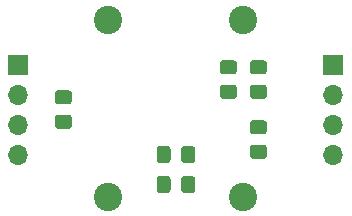
<source format=gbr>
%TF.GenerationSoftware,KiCad,Pcbnew,5.1.10*%
%TF.CreationDate,2021-06-13T21:02:04+02:00*%
%TF.ProjectId,filter,66696c74-6572-42e6-9b69-6361645f7063,rev?*%
%TF.SameCoordinates,Original*%
%TF.FileFunction,Soldermask,Top*%
%TF.FilePolarity,Negative*%
%FSLAX46Y46*%
G04 Gerber Fmt 4.6, Leading zero omitted, Abs format (unit mm)*
G04 Created by KiCad (PCBNEW 5.1.10) date 2021-06-13 21:02:04*
%MOMM*%
%LPD*%
G01*
G04 APERTURE LIST*
%ADD10C,2.400000*%
%ADD11R,1.700000X1.700000*%
%ADD12O,1.700000X1.700000*%
G04 APERTURE END LIST*
D10*
%TO.C,L101*%
X147320000Y-77470000D03*
X147320000Y-92470000D03*
%TD*%
%TO.C,C101*%
G36*
G01*
X154660000Y-90965000D02*
X154660000Y-91915000D01*
G75*
G02*
X154410000Y-92165000I-250000J0D01*
G01*
X153735000Y-92165000D01*
G75*
G02*
X153485000Y-91915000I0J250000D01*
G01*
X153485000Y-90965000D01*
G75*
G02*
X153735000Y-90715000I250000J0D01*
G01*
X154410000Y-90715000D01*
G75*
G02*
X154660000Y-90965000I0J-250000D01*
G01*
G37*
G36*
G01*
X152585000Y-90965000D02*
X152585000Y-91915000D01*
G75*
G02*
X152335000Y-92165000I-250000J0D01*
G01*
X151660000Y-92165000D01*
G75*
G02*
X151410000Y-91915000I0J250000D01*
G01*
X151410000Y-90965000D01*
G75*
G02*
X151660000Y-90715000I250000J0D01*
G01*
X152335000Y-90715000D01*
G75*
G02*
X152585000Y-90965000I0J-250000D01*
G01*
G37*
%TD*%
%TO.C,C102*%
G36*
G01*
X157955000Y-84175000D02*
X157005000Y-84175000D01*
G75*
G02*
X156755000Y-83925000I0J250000D01*
G01*
X156755000Y-83250000D01*
G75*
G02*
X157005000Y-83000000I250000J0D01*
G01*
X157955000Y-83000000D01*
G75*
G02*
X158205000Y-83250000I0J-250000D01*
G01*
X158205000Y-83925000D01*
G75*
G02*
X157955000Y-84175000I-250000J0D01*
G01*
G37*
G36*
G01*
X157955000Y-82100000D02*
X157005000Y-82100000D01*
G75*
G02*
X156755000Y-81850000I0J250000D01*
G01*
X156755000Y-81175000D01*
G75*
G02*
X157005000Y-80925000I250000J0D01*
G01*
X157955000Y-80925000D01*
G75*
G02*
X158205000Y-81175000I0J-250000D01*
G01*
X158205000Y-81850000D01*
G75*
G02*
X157955000Y-82100000I-250000J0D01*
G01*
G37*
%TD*%
%TO.C,C103*%
G36*
G01*
X152585000Y-88425000D02*
X152585000Y-89375000D01*
G75*
G02*
X152335000Y-89625000I-250000J0D01*
G01*
X151660000Y-89625000D01*
G75*
G02*
X151410000Y-89375000I0J250000D01*
G01*
X151410000Y-88425000D01*
G75*
G02*
X151660000Y-88175000I250000J0D01*
G01*
X152335000Y-88175000D01*
G75*
G02*
X152585000Y-88425000I0J-250000D01*
G01*
G37*
G36*
G01*
X154660000Y-88425000D02*
X154660000Y-89375000D01*
G75*
G02*
X154410000Y-89625000I-250000J0D01*
G01*
X153735000Y-89625000D01*
G75*
G02*
X153485000Y-89375000I0J250000D01*
G01*
X153485000Y-88425000D01*
G75*
G02*
X153735000Y-88175000I250000J0D01*
G01*
X154410000Y-88175000D01*
G75*
G02*
X154660000Y-88425000I0J-250000D01*
G01*
G37*
%TD*%
%TO.C,C104*%
G36*
G01*
X143035000Y-83465000D02*
X143985000Y-83465000D01*
G75*
G02*
X144235000Y-83715000I0J-250000D01*
G01*
X144235000Y-84390000D01*
G75*
G02*
X143985000Y-84640000I-250000J0D01*
G01*
X143035000Y-84640000D01*
G75*
G02*
X142785000Y-84390000I0J250000D01*
G01*
X142785000Y-83715000D01*
G75*
G02*
X143035000Y-83465000I250000J0D01*
G01*
G37*
G36*
G01*
X143035000Y-85540000D02*
X143985000Y-85540000D01*
G75*
G02*
X144235000Y-85790000I0J-250000D01*
G01*
X144235000Y-86465000D01*
G75*
G02*
X143985000Y-86715000I-250000J0D01*
G01*
X143035000Y-86715000D01*
G75*
G02*
X142785000Y-86465000I0J250000D01*
G01*
X142785000Y-85790000D01*
G75*
G02*
X143035000Y-85540000I250000J0D01*
G01*
G37*
%TD*%
%TO.C,C105*%
G36*
G01*
X159545000Y-88080000D02*
X160495000Y-88080000D01*
G75*
G02*
X160745000Y-88330000I0J-250000D01*
G01*
X160745000Y-89005000D01*
G75*
G02*
X160495000Y-89255000I-250000J0D01*
G01*
X159545000Y-89255000D01*
G75*
G02*
X159295000Y-89005000I0J250000D01*
G01*
X159295000Y-88330000D01*
G75*
G02*
X159545000Y-88080000I250000J0D01*
G01*
G37*
G36*
G01*
X159545000Y-86005000D02*
X160495000Y-86005000D01*
G75*
G02*
X160745000Y-86255000I0J-250000D01*
G01*
X160745000Y-86930000D01*
G75*
G02*
X160495000Y-87180000I-250000J0D01*
G01*
X159545000Y-87180000D01*
G75*
G02*
X159295000Y-86930000I0J250000D01*
G01*
X159295000Y-86255000D01*
G75*
G02*
X159545000Y-86005000I250000J0D01*
G01*
G37*
%TD*%
%TO.C,C106*%
G36*
G01*
X160495000Y-82100000D02*
X159545000Y-82100000D01*
G75*
G02*
X159295000Y-81850000I0J250000D01*
G01*
X159295000Y-81175000D01*
G75*
G02*
X159545000Y-80925000I250000J0D01*
G01*
X160495000Y-80925000D01*
G75*
G02*
X160745000Y-81175000I0J-250000D01*
G01*
X160745000Y-81850000D01*
G75*
G02*
X160495000Y-82100000I-250000J0D01*
G01*
G37*
G36*
G01*
X160495000Y-84175000D02*
X159545000Y-84175000D01*
G75*
G02*
X159295000Y-83925000I0J250000D01*
G01*
X159295000Y-83250000D01*
G75*
G02*
X159545000Y-83000000I250000J0D01*
G01*
X160495000Y-83000000D01*
G75*
G02*
X160745000Y-83250000I0J-250000D01*
G01*
X160745000Y-83925000D01*
G75*
G02*
X160495000Y-84175000I-250000J0D01*
G01*
G37*
%TD*%
D11*
%TO.C,J101*%
X139700000Y-81280000D03*
D12*
X139700000Y-83820000D03*
X139700000Y-86360000D03*
X139700000Y-88900000D03*
%TD*%
%TO.C,J102*%
X166370000Y-88900000D03*
X166370000Y-86360000D03*
X166370000Y-83820000D03*
D11*
X166370000Y-81280000D03*
%TD*%
D10*
%TO.C,L102*%
X158750000Y-77470000D03*
X158750000Y-92470000D03*
%TD*%
M02*

</source>
